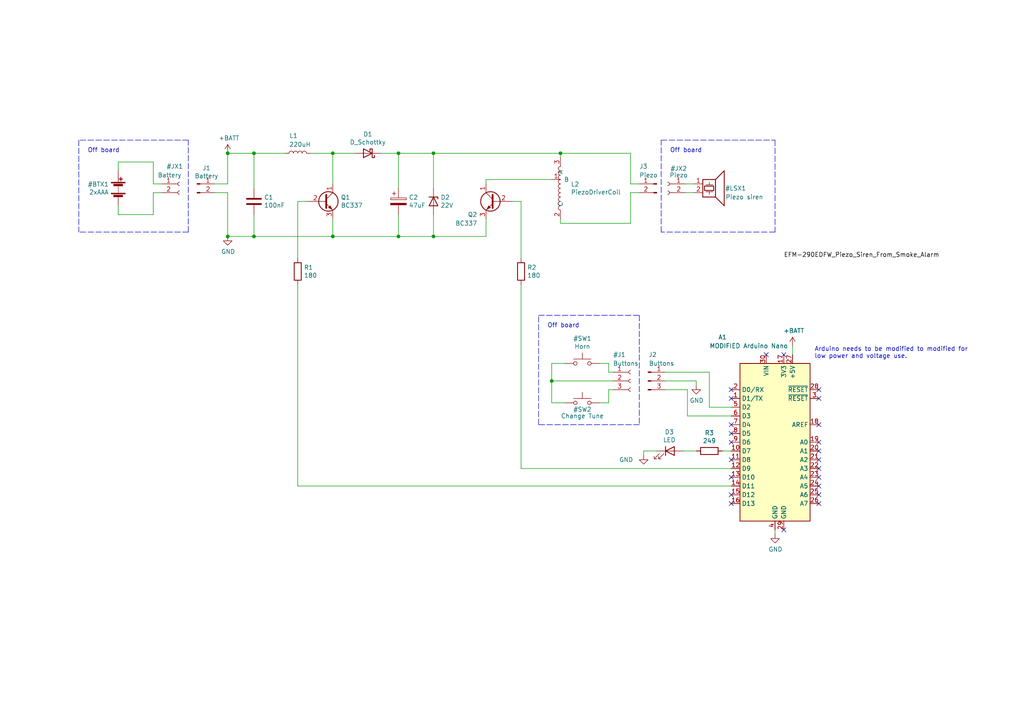
<source format=kicad_sch>
(kicad_sch (version 20211123) (generator eeschema)
  (paper "A4")
  (title_block (title "Bike Horn") (date "2021-07-13") (rev "1") (company "Jotham Gates"))
  (lib_symbols
    (symbol "BikeHornPCB-rescue:CP-Device" (pin_numbers hide) (pin_names (offset 0.254))
      (property "Reference" "C" (at 0.635 2.54 0))
      (property "Value" "CP-Device" (at 0.635 -2.54 0))
      (symbol "CP-Device_0_1"
        (rectangle (start -2.286 0.508) (end 2.286 1.016))
        (polyline (pts (xy -1.778 2.286) (xy -0.762 2.286)))
        (polyline (pts (xy -1.27 2.794) (xy -1.27 1.778)))
        (rectangle (start 2.286 -0.508) (end -2.286 -1.016) (fill (type outline)))
      )
      (symbol "CP-Device_1_1"
        (pin passive line (at 0 3.81 270) (length 2.794) (name "~") (number "1"))
        (pin passive line (at 0 -3.81 90) (length 2.794) (name "~") (number "2"))
      )
    )
    (symbol "Connector:Conn_01x02_Female" (pin_names (offset 1.016) hide)
      (property "Reference" "J" (at 0 2.54 0))
      (property "Value" "Conn_01x02_Female" (at 0 -5.08 0))
      (symbol "Conn_01x02_Female_1_1"
        (arc (start 0 -2.032) (mid -0.508 -2.54) (end 0 -3.048) (stroke (width 0.1524)))
        (polyline (pts (xy -1.27 -2.54) (xy -0.508 -2.54)) (stroke (width 0.1524)))
        (polyline (pts (xy -1.27 0) (xy -0.508 0)) (stroke (width 0.1524)))
        (arc (start 0 0.508) (mid -0.508 0) (end 0 -0.508) (stroke (width 0.1524)))
        (pin passive line (at -5.08 0 0) (length 3.81) (name "Pin_1") (number "1"))
        (pin passive line (at -5.08 -2.54 0) (length 3.81) (name "Pin_2") (number "2"))
      )
    )
    (symbol "Connector:Conn_01x02_Male" (pin_names (offset 1.016) hide)
      (property "Reference" "J" (at 0 2.54 0))
      (property "Value" "Conn_01x02_Male" (at 0 -5.08 0))
      (symbol "Conn_01x02_Male_1_1"
        (polyline (pts (xy 1.27 -2.54) (xy 0.8636 -2.54)) (stroke (width 0.1524)))
        (polyline (pts (xy 1.27 0) (xy 0.8636 0)) (stroke (width 0.1524)))
        (rectangle (start 0.8636 -2.413) (end 0 -2.667) (stroke (width 0.1524)) (fill (type outline)))
        (rectangle (start 0.8636 0.127) (end 0 -0.127) (stroke (width 0.1524)) (fill (type outline)))
        (pin passive line (at 5.08 0 180) (length 3.81) (name "Pin_1") (number "1"))
        (pin passive line (at 5.08 -2.54 180) (length 3.81) (name "Pin_2") (number "2"))
      )
    )
    (symbol "Connector:Conn_01x03_Female" (pin_names (offset 1.016) hide)
      (property "Reference" "J" (at 0 5.08 0))
      (property "Value" "Conn_01x03_Female" (at 0 -5.08 0))
      (symbol "Conn_01x03_Female_1_1"
        (arc (start 0 -2.032) (mid -0.508 -2.54) (end 0 -3.048) (stroke (width 0.1524)))
        (polyline (pts (xy -1.27 -2.54) (xy -0.508 -2.54)) (stroke (width 0.1524)))
        (polyline (pts (xy -1.27 0) (xy -0.508 0)) (stroke (width 0.1524)))
        (polyline (pts (xy -1.27 2.54) (xy -0.508 2.54)) (stroke (width 0.1524)))
        (arc (start 0 0.508) (mid -0.508 0) (end 0 -0.508) (stroke (width 0.1524)))
        (arc (start 0 3.048) (mid -0.508 2.54) (end 0 2.032) (stroke (width 0.1524)))
        (pin passive line (at -5.08 2.54 0) (length 3.81) (name "Pin_1") (number "1"))
        (pin passive line (at -5.08 0 0) (length 3.81) (name "Pin_2") (number "2"))
        (pin passive line (at -5.08 -2.54 0) (length 3.81) (name "Pin_3") (number "3"))
      )
    )
    (symbol "Connector:Conn_01x03_Male" (pin_names (offset 1.016) hide)
      (property "Reference" "J" (at 0 5.08 0))
      (property "Value" "Conn_01x03_Male" (at 0 -5.08 0))
      (symbol "Conn_01x03_Male_1_1"
        (polyline (pts (xy 1.27 -2.54) (xy 0.8636 -2.54)) (stroke (width 0.1524)))
        (polyline (pts (xy 1.27 0) (xy 0.8636 0)) (stroke (width 0.1524)))
        (polyline (pts (xy 1.27 2.54) (xy 0.8636 2.54)) (stroke (width 0.1524)))
        (rectangle (start 0.8636 -2.413) (end 0 -2.667) (stroke (width 0.1524)) (fill (type outline)))
        (rectangle (start 0.8636 0.127) (end 0 -0.127) (stroke (width 0.1524)) (fill (type outline)))
        (rectangle (start 0.8636 2.667) (end 0 2.413) (stroke (width 0.1524)) (fill (type outline)))
        (pin passive line (at 5.08 2.54 180) (length 3.81) (name "Pin_1") (number "1"))
        (pin passive line (at 5.08 0 180) (length 3.81) (name "Pin_2") (number "2"))
        (pin passive line (at 5.08 -2.54 180) (length 3.81) (name "Pin_3") (number "3"))
      )
    )
    (symbol "Device:Battery" (pin_numbers hide) (pin_names (offset 0) hide)
      (property "Reference" "BT" (at 2.54 2.54 0))
      (property "Value" "Battery" (at 2.54 0 0))
      (symbol "Battery_0_1"
        (rectangle (start -2.032 -1.397) (end 2.032 -1.651) (fill (type outline)))
        (rectangle (start -2.032 1.778) (end 2.032 1.524) (fill (type outline)))
        (rectangle (start -1.3208 -1.9812) (end 1.27 -2.4892) (fill (type outline)))
        (rectangle (start -1.3208 1.1938) (end 1.27 0.6858) (fill (type outline)))
        (polyline (pts (xy 0 -1.524) (xy 0 -1.27)))
        (polyline (pts (xy 0 -1.016) (xy 0 -0.762)))
        (polyline (pts (xy 0 -0.508) (xy 0 -0.254)))
        (polyline (pts (xy 0 0) (xy 0 0.254)))
        (polyline (pts (xy 0 0.508) (xy 0 0.762)))
        (polyline (pts (xy 0 1.778) (xy 0 2.54)))
        (polyline (pts (xy 0.254 2.667) (xy 1.27 2.667)) (stroke (width 0.254)))
        (polyline (pts (xy 0.762 3.175) (xy 0.762 2.159)) (stroke (width 0.254)))
      )
      (symbol "Battery_1_1"
        (pin passive line (at 0 5.08 270) (length 2.54) (name "+") (number "1"))
        (pin passive line (at 0 -5.08 90) (length 2.54) (name "-") (number "2"))
      )
    )
    (symbol "Device:C" (pin_numbers hide) (pin_names (offset 0.254))
      (property "Reference" "C" (at 0.635 2.54 0))
      (property "Value" "C" (at 0.635 -2.54 0))
      (symbol "C_0_1"
        (polyline (pts (xy -2.032 -0.762) (xy 2.032 -0.762)) (stroke (width 0.508)))
        (polyline (pts (xy -2.032 0.762) (xy 2.032 0.762)) (stroke (width 0.508)))
      )
      (symbol "C_1_1"
        (pin passive line (at 0 3.81 270) (length 2.794) (name "~") (number "1"))
        (pin passive line (at 0 -3.81 90) (length 2.794) (name "~") (number "2"))
      )
    )
    (symbol "Device:D_Schottky" (pin_numbers hide) (pin_names (offset 1.016) hide)
      (property "Reference" "D" (at 0 2.54 0))
      (property "Value" "D_Schottky" (at 0 -2.54 0))
      (symbol "D_Schottky_0_1"
        (polyline (pts (xy 1.27 0) (xy -1.27 0)))
        (polyline (pts (xy 1.27 1.27) (xy 1.27 -1.27) (xy -1.27 0) (xy 1.27 1.27)) (stroke (width 0.254)))
        (polyline (pts (xy -1.905 0.635) (xy -1.905 1.27) (xy -1.27 1.27) (xy -1.27 -1.27) (xy -0.635 -1.27) (xy -0.635 -0.635)) (stroke (width 0.254)))
      )
      (symbol "D_Schottky_1_1"
        (pin passive line (at -3.81 0 0) (length 2.54) (name "K") (number "1"))
        (pin passive line (at 3.81 0 180) (length 2.54) (name "A") (number "2"))
      )
    )
    (symbol "Device:D_Zener" (pin_numbers hide) (pin_names (offset 1.016) hide)
      (property "Reference" "D" (at 0 2.54 0))
      (property "Value" "D_Zener" (at 0 -2.54 0))
      (symbol "D_Zener_0_1"
        (polyline (pts (xy 1.27 0) (xy -1.27 0)))
        (polyline (pts (xy -1.27 -1.27) (xy -1.27 1.27) (xy -0.762 1.27)) (stroke (width 0.254)))
        (polyline (pts (xy 1.27 -1.27) (xy 1.27 1.27) (xy -1.27 0) (xy 1.27 -1.27)) (stroke (width 0.254)))
      )
      (symbol "D_Zener_1_1"
        (pin passive line (at -3.81 0 0) (length 2.54) (name "K") (number "1"))
        (pin passive line (at 3.81 0 180) (length 2.54) (name "A") (number "2"))
      )
    )
    (symbol "Device:L" (pin_numbers hide) (pin_names (offset 1.016) hide)
      (property "Reference" "L" (at -1.27 0 90))
      (property "Value" "L" (at 1.905 0 90))
      (symbol "L_0_1"
        (arc (start 0 -2.54) (mid 0.635 -1.905) (end 0 -1.27))
        (arc (start 0 -1.27) (mid 0.635 -0.635) (end 0 0))
        (arc (start 0 0) (mid 0.635 0.635) (end 0 1.27))
        (arc (start 0 1.27) (mid 0.635 1.905) (end 0 2.54))
      )
      (symbol "L_1_1"
        (pin passive line (at 0 3.81 270) (length 1.27) (name "1") (number "1"))
        (pin passive line (at 0 -3.81 90) (length 1.27) (name "2") (number "2"))
      )
    )
    (symbol "Device:LED" (pin_numbers hide) (pin_names (offset 1.016) hide)
      (property "Reference" "D" (at 0 2.54 0))
      (property "Value" "LED" (at 0 -2.54 0))
      (symbol "LED_0_1"
        (polyline (pts (xy -1.27 -1.27) (xy -1.27 1.27)) (stroke (width 0.254)))
        (polyline (pts (xy -1.27 0) (xy 1.27 0)))
        (polyline (pts (xy 1.27 -1.27) (xy 1.27 1.27) (xy -1.27 0) (xy 1.27 -1.27)) (stroke (width 0.254)))
        (polyline (pts (xy -3.048 -0.762) (xy -4.572 -2.286) (xy -3.81 -2.286) (xy -4.572 -2.286) (xy -4.572 -1.524)))
        (polyline (pts (xy -1.778 -0.762) (xy -3.302 -2.286) (xy -2.54 -2.286) (xy -3.302 -2.286) (xy -3.302 -1.524)))
      )
      (symbol "LED_1_1"
        (pin passive line (at -3.81 0 0) (length 2.54) (name "K") (number "1"))
        (pin passive line (at 3.81 0 180) (length 2.54) (name "A") (number "2"))
      )
    )
    (symbol "Device:R" (pin_numbers hide) (pin_names (offset 0))
      (property "Reference" "R" (at 2.032 0 90))
      (property "Value" "R" (at 0 0 90))
      (symbol "R_0_1"
        (rectangle (start -1.016 -2.54) (end 1.016 2.54) (stroke (width 0.254)))
      )
      (symbol "R_1_1"
        (pin passive line (at 0 3.81 270) (length 1.27) (name "~") (number "1"))
        (pin passive line (at 0 -3.81 90) (length 1.27) (name "~") (number "2"))
      )
    )
    (symbol "Device:Speaker_Crystal" (pin_names (offset 0) hide)
      (property "Reference" "LS" (at 0.635 5.715 0))
      (property "Value" "Speaker_Crystal" (at 0.635 3.81 0))
      (symbol "Speaker_Crystal_0_0"
        (rectangle (start -2.54 1.27) (end 1.143 -3.81) (stroke (width 0.254)))
        (rectangle (start -2.032 -0.635) (end 0.635 -1.905) (stroke (width 0.254)))
        (polyline (pts (xy -1.651 -2.286) (xy 0.381 -2.286)))
        (polyline (pts (xy -1.651 -0.254) (xy 0.381 -0.254)))
        (polyline (pts (xy -0.635 -2.286) (xy -0.635 -3.048)))
        (polyline (pts (xy -0.635 -0.254) (xy -0.635 0.508)))
        (polyline (pts (xy 1.143 1.27) (xy 3.683 3.81) (xy 3.683 -6.35) (xy 1.143 -3.81)) (stroke (width 0.254)))
      )
      (symbol "Speaker_Crystal_1_1"
        (pin input line (at -5.08 0 0) (length 2.54) (name "1") (number "1"))
        (pin input line (at -5.08 -2.54 0) (length 2.54) (name "2") (number "2"))
      )
    )
    (symbol "MCU_Module:Arduino_Nano_v2.x"
      (property "Reference" "A" (at -10.16 23.495 0))
      (property "Value" "Arduino_Nano_v2.x" (at 5.08 -24.13 0))
      (symbol "Arduino_Nano_v2.x_0_1"
        (rectangle (start -10.16 22.86) (end 10.16 -22.86) (stroke (width 0.254)) (fill (type background)))
      )
      (symbol "Arduino_Nano_v2.x_1_1"
        (pin bidirectional line (at -12.7 12.7 0) (length 2.54) (name "D1/TX") (number "1"))
        (pin bidirectional line (at -12.7 -2.54 0) (length 2.54) (name "D7") (number "10"))
        (pin bidirectional line (at -12.7 -5.08 0) (length 2.54) (name "D8") (number "11"))
        (pin bidirectional line (at -12.7 -7.62 0) (length 2.54) (name "D9") (number "12"))
        (pin bidirectional line (at -12.7 -10.16 0) (length 2.54) (name "D10") (number "13"))
        (pin bidirectional line (at -12.7 -12.7 0) (length 2.54) (name "D11") (number "14"))
        (pin bidirectional line (at -12.7 -15.24 0) (length 2.54) (name "D12") (number "15"))
        (pin bidirectional line (at -12.7 -17.78 0) (length 2.54) (name "D13") (number "16"))
        (pin power_out line (at 2.54 25.4 270) (length 2.54) (name "3V3") (number "17"))
        (pin input line (at 12.7 5.08 180) (length 2.54) (name "AREF") (number "18"))
        (pin bidirectional line (at 12.7 0 180) (length 2.54) (name "A0") (number "19"))
        (pin bidirectional line (at -12.7 15.24 0) (length 2.54) (name "D0/RX") (number "2"))
        (pin bidirectional line (at 12.7 -2.54 180) (length 2.54) (name "A1") (number "20"))
        (pin bidirectional line (at 12.7 -5.08 180) (length 2.54) (name "A2") (number "21"))
        (pin bidirectional line (at 12.7 -7.62 180) (length 2.54) (name "A3") (number "22"))
        (pin bidirectional line (at 12.7 -10.16 180) (length 2.54) (name "A4") (number "23"))
        (pin bidirectional line (at 12.7 -12.7 180) (length 2.54) (name "A5") (number "24"))
        (pin bidirectional line (at 12.7 -15.24 180) (length 2.54) (name "A6") (number "25"))
        (pin bidirectional line (at 12.7 -17.78 180) (length 2.54) (name "A7") (number "26"))
        (pin power_out line (at 5.08 25.4 270) (length 2.54) (name "+5V") (number "27"))
        (pin input line (at 12.7 15.24 180) (length 2.54) (name "~{RESET}") (number "28"))
        (pin power_in line (at 2.54 -25.4 90) (length 2.54) (name "GND") (number "29"))
        (pin input line (at 12.7 12.7 180) (length 2.54) (name "~{RESET}") (number "3"))
        (pin power_in line (at -2.54 25.4 270) (length 2.54) (name "VIN") (number "30"))
        (pin power_in line (at 0 -25.4 90) (length 2.54) (name "GND") (number "4"))
        (pin bidirectional line (at -12.7 10.16 0) (length 2.54) (name "D2") (number "5"))
        (pin bidirectional line (at -12.7 7.62 0) (length 2.54) (name "D3") (number "6"))
        (pin bidirectional line (at -12.7 5.08 0) (length 2.54) (name "D4") (number "7"))
        (pin bidirectional line (at -12.7 2.54 0) (length 2.54) (name "D5") (number "8"))
        (pin bidirectional line (at -12.7 0 0) (length 2.54) (name "D6") (number "9"))
      )
    )
    (symbol "Switch:SW_Push" (pin_numbers hide) (pin_names (offset 1.016) hide)
      (property "Reference" "SW" (at 1.27 2.54 0))
      (property "Value" "SW_Push" (at 0 -1.524 0))
      (symbol "SW_Push_0_1"
        (circle (center -2.032 0) (radius 0.508))
        (polyline (pts (xy 0 1.27) (xy 0 3.048)))
        (polyline (pts (xy 2.54 1.27) (xy -2.54 1.27)))
        (circle (center 2.032 0) (radius 0.508))
        (pin passive line (at -5.08 0 0) (length 2.54) (name "1") (number "1"))
        (pin passive line (at 5.08 0 180) (length 2.54) (name "2") (number "2"))
      )
    )
    (symbol "Transistor_BJT:BC337" (pin_names (offset 0) hide)
      (property "Reference" "Q" (at 5.08 1.905 0))
      (property "Value" "BC337" (at 5.08 0 0))
      (symbol "BC337_0_1"
        (polyline (pts (xy 0 0) (xy 0.635 0)))
        (polyline (pts (xy 0.635 0.635) (xy 2.54 2.54)))
        (polyline (pts (xy 0.635 -0.635) (xy 2.54 -2.54) (xy 2.54 -2.54)))
        (polyline (pts (xy 0.635 1.905) (xy 0.635 -1.905) (xy 0.635 -1.905)) (stroke (width 0.508)))
        (polyline (pts (xy 1.27 -1.778) (xy 1.778 -1.27) (xy 2.286 -2.286) (xy 1.27 -1.778) (xy 1.27 -1.778)) (fill (type outline)))
        (circle (center 1.27 0) (radius 2.8194) (stroke (width 0.254)))
      )
      (symbol "BC337_1_1"
        (pin passive line (at 2.54 5.08 270) (length 2.54) (name "C") (number "1"))
        (pin input line (at -5.08 0 0) (length 5.08) (name "B") (number "2"))
        (pin passive line (at 2.54 -5.08 90) (length 2.54) (name "E") (number "3"))
      )
    )
    (symbol "Transistor_FET:PiezoDriverCoil" (pin_names (offset 1.016))
      (property "Reference" "L" (at 11.43 0 0))
      (property "Value" "PiezoDriverCoil" (at 11.43 0 0))
      (symbol "PiezoDriverCoil_0_1"
        (arc (start 0 -7.62) (mid -0.635 -8.255) (end 0 -8.89))
        (arc (start 0 -6.35) (mid -0.635 -6.985) (end 0 -7.62))
        (arc (start 0 -5.08) (mid -0.635 -5.715) (end 0 -6.35))
        (arc (start 0 -3.81) (mid -0.635 -4.445) (end 0 -5.08))
        (arc (start 0 -2.54) (mid -0.635 -3.175) (end 0 -3.81))
        (arc (start 0 -1.27) (mid -0.635 -1.905) (end 0 -2.54))
        (arc (start 0 0) (mid -0.635 -0.635) (end 0 -1.27))
        (arc (start 0 1.27) (mid -0.635 0.635) (end 0 0))
        (arc (start 0 2.54) (mid -0.635 1.905) (end 0 1.27))
        (arc (start 0 3.81) (mid -0.635 3.175) (end 0 2.54))
      )
      (symbol "PiezoDriverCoil_1_1"
        (pin passive line (at -2.54 0 0) (length 2.54) (name "B") (number "1"))
        (pin passive line (at 0 -11.43 90) (length 2.54) (name "C") (number "2"))
        (pin passive line (at 0 6.35 270) (length 2.54) (name "A") (number "3"))
      )
    )
    (symbol "power:+BATT" (power) (pin_names (offset 0))
      (property "Value" "+BATT" (at 0 3.556 0))
      (symbol "+BATT_0_1"
        (polyline (pts (xy -0.762 1.27) (xy 0 2.54)))
        (polyline (pts (xy 0 0) (xy 0 2.54)))
        (polyline (pts (xy 0 2.54) (xy 0.762 1.27)))
      )
      (symbol "+BATT_1_1"
        (pin power_in line (at 0 0 90) (length 0) hide (name "+BATT") (number "1"))
      )
    )
    (symbol "power:GND" (power) (pin_names (offset 0))
      (property "Value" "GND" (at 0 -3.81 0))
      (symbol "GND_0_1"
        (polyline (pts (xy 0 0) (xy 0 -1.27) (xy 1.27 -1.27) (xy 0 -2.54) (xy -1.27 -1.27) (xy 0 -1.27)))
      )
      (symbol "GND_1_1"
        (pin power_in line (at 0 0 270) (length 0) hide (name "GND") (number "1"))
      )
    )
  )
  (junction (at 125.73 44.45))
  (junction (at 73.66 44.45))
  (junction (at 125.73 68.58))
  (junction (at 66.04 68.58))
  (junction (at 96.52 44.45))
  (junction (at 73.66 68.58))
  (junction (at 115.57 44.45))
  (junction (at 115.57 68.58))
  (junction (at 66.04 44.45))
  (junction (at 162.56 44.45))
  (junction (at 160.02 110.49))
  (junction (at 96.52 68.58))
  (no_connect (at 222.25 102.87))
  (no_connect (at 237.49 138.43))
  (no_connect (at 237.49 113.03))
  (no_connect (at 237.49 123.19))
  (no_connect (at 237.49 133.35))
  (no_connect (at 212.09 146.05))
  (no_connect (at 227.33 102.87))
  (no_connect (at 212.09 115.57))
  (no_connect (at 212.09 138.43))
  (no_connect (at 237.49 130.81))
  (no_connect (at 237.49 128.27))
  (no_connect (at 212.09 123.19))
  (no_connect (at 227.33 153.67))
  (no_connect (at 212.09 143.51))
  (no_connect (at 237.49 143.51))
  (no_connect (at 237.49 135.89))
  (no_connect (at 212.09 133.35))
  (no_connect (at 212.09 113.03))
  (no_connect (at 237.49 140.97))
  (no_connect (at 212.09 128.27))
  (no_connect (at 237.49 115.57))
  (no_connect (at 237.49 146.05))
  (no_connect (at 212.09 125.73))
  (wire (pts (xy 73.66 68.58) (xy 96.52 68.58)))
  (wire (pts (xy 160.02 110.49) (xy 160.02 105.41)))
  (wire (pts (xy 160.02 105.41) (xy 163.83 105.41)))
  (wire (pts (xy 177.8 113.03) (xy 176.53 113.03)))
  (polyline (pts (xy 54.61 40.64) (xy 22.86 40.64)))
  (wire (pts (xy 182.88 44.45) (xy 162.56 44.45)))
  (wire (pts (xy 212.09 140.97) (xy 86.36 140.97)))
  (wire (pts (xy 73.66 68.58) (xy 73.66 62.23)))
  (polyline (pts (xy 191.77 67.31) (xy 191.77 40.64)))
  (wire (pts (xy 44.45 62.23) (xy 34.29 62.23)))
  (wire (pts (xy 86.36 58.42) (xy 86.36 74.93)))
  (wire (pts (xy 115.57 54.61) (xy 115.57 44.45)))
  (wire (pts (xy 229.87 100.33) (xy 229.87 102.87)))
  (wire (pts (xy 205.74 118.11) (xy 212.09 118.11)))
  (wire (pts (xy 44.45 46.99) (xy 34.29 46.99)))
  (wire (pts (xy 125.73 68.58) (xy 140.97 68.58)))
  (wire (pts (xy 96.52 53.34) (xy 96.52 44.45)))
  (wire (pts (xy 66.04 44.45) (xy 73.66 44.45)))
  (wire (pts (xy 185.42 53.34) (xy 182.88 53.34)))
  (wire (pts (xy 182.88 64.77) (xy 162.56 64.77)))
  (wire (pts (xy 212.09 130.81) (xy 209.55 130.81)))
  (polyline (pts (xy 22.86 40.64) (xy 22.86 67.31)))
  (wire (pts (xy 148.59 58.42) (xy 151.13 58.42)))
  (polyline (pts (xy 191.77 40.64) (xy 224.79 40.64)))
  (wire (pts (xy 190.5 130.81) (xy 186.69 130.81)))
  (wire (pts (xy 193.04 110.49) (xy 201.93 110.49)))
  (wire (pts (xy 115.57 68.58) (xy 125.73 68.58)))
  (wire (pts (xy 88.9 58.42) (xy 86.36 58.42)))
  (wire (pts (xy 205.74 107.95) (xy 205.74 118.11)))
  (wire (pts (xy 182.88 53.34) (xy 182.88 44.45)))
  (wire (pts (xy 182.88 55.88) (xy 182.88 64.77)))
  (wire (pts (xy 66.04 53.34) (xy 66.04 44.45)))
  (wire (pts (xy 224.79 153.67) (xy 224.79 154.94)))
  (wire (pts (xy 46.99 53.34) (xy 44.45 53.34)))
  (wire (pts (xy 46.99 55.88) (xy 44.45 55.88)))
  (wire (pts (xy 162.56 64.77) (xy 162.56 63.5)))
  (wire (pts (xy 193.04 107.95) (xy 205.74 107.95)))
  (wire (pts (xy 90.17 44.45) (xy 96.52 44.45)))
  (wire (pts (xy 44.45 53.34) (xy 44.45 46.99)))
  (wire (pts (xy 162.56 45.72) (xy 162.56 44.45)))
  (wire (pts (xy 96.52 44.45) (xy 102.87 44.45)))
  (polyline (pts (xy 224.79 40.64) (xy 224.79 67.31)))
  (wire (pts (xy 198.755 55.88) (xy 201.295 55.88)))
  (wire (pts (xy 125.73 44.45) (xy 162.56 44.45)))
  (wire (pts (xy 176.53 116.84) (xy 173.99 116.84)))
  (wire (pts (xy 193.04 113.03) (xy 199.39 113.03)))
  (polyline (pts (xy 185.42 91.44) (xy 185.42 123.19)))
  (polyline (pts (xy 54.61 67.31) (xy 22.86 67.31)))
  (wire (pts (xy 96.52 68.58) (xy 115.57 68.58)))
  (wire (pts (xy 115.57 44.45) (xy 125.73 44.45)))
  (wire (pts (xy 151.13 135.89) (xy 212.09 135.89)))
  (wire (pts (xy 66.04 68.58) (xy 73.66 68.58)))
  (wire (pts (xy 176.53 107.95) (xy 177.8 107.95)))
  (wire (pts (xy 177.8 110.49) (xy 160.02 110.49)))
  (wire (pts (xy 62.23 55.88) (xy 66.04 55.88)))
  (wire (pts (xy 201.93 130.81) (xy 198.12 130.81)))
  (wire (pts (xy 96.52 68.58) (xy 96.52 63.5)))
  (wire (pts (xy 163.83 116.84) (xy 160.02 116.84)))
  (wire (pts (xy 115.57 68.58) (xy 115.57 62.23)))
  (wire (pts (xy 140.97 52.07) (xy 160.02 52.07)))
  (wire (pts (xy 73.66 54.61) (xy 73.66 44.45)))
  (wire (pts (xy 176.53 113.03) (xy 176.53 116.84)))
  (wire (pts (xy 212.09 120.65) (xy 199.39 120.65)))
  (wire (pts (xy 173.99 105.41) (xy 176.53 105.41)))
  (wire (pts (xy 34.29 62.23) (xy 34.29 59.69)))
  (wire (pts (xy 125.73 62.23) (xy 125.73 68.58)))
  (wire (pts (xy 86.36 82.55) (xy 86.36 140.97)))
  (polyline (pts (xy 54.61 67.31) (xy 54.61 40.64)))
  (wire (pts (xy 125.73 54.61) (xy 125.73 44.45)))
  (wire (pts (xy 140.97 53.34) (xy 140.97 52.07)))
  (polyline (pts (xy 185.42 123.19) (xy 156.21 123.19)))
  (polyline (pts (xy 156.21 91.44) (xy 185.42 91.44)))
  (wire (pts (xy 62.23 53.34) (xy 66.04 53.34)))
  (wire (pts (xy 34.29 46.99) (xy 34.29 49.53)))
  (wire (pts (xy 115.57 44.45) (xy 110.49 44.45)))
  (wire (pts (xy 73.66 44.45) (xy 82.55 44.45)))
  (wire (pts (xy 151.13 82.55) (xy 151.13 135.89)))
  (polyline (pts (xy 156.21 123.19) (xy 156.21 91.44)))
  (wire (pts (xy 151.13 58.42) (xy 151.13 74.93)))
  (wire (pts (xy 44.45 55.88) (xy 44.45 62.23)))
  (wire (pts (xy 176.53 105.41) (xy 176.53 107.95)))
  (wire (pts (xy 160.02 116.84) (xy 160.02 110.49)))
  (wire (pts (xy 199.39 120.65) (xy 199.39 113.03)))
  (polyline (pts (xy 224.79 67.31) (xy 191.77 67.31)))
  (wire (pts (xy 198.755 53.34) (xy 201.295 53.34)))
  (wire (pts (xy 66.04 55.88) (xy 66.04 68.58)))
  (wire (pts (xy 185.42 55.88) (xy 182.88 55.88)))
  (wire (pts (xy 140.97 63.5) (xy 140.97 68.58)))
  (wire (pts (xy 201.93 110.49) (xy 201.93 111.76)))
  (wire (pts (xy 186.69 130.81) (xy 186.69 132.08)))
  (text "Off board" (at 158.75 95.25 0) (effects (font (size 1.27 1.27)) (justify left bottom)))
  (text "Off board" (at 194.31 44.45 0) (effects (font (size 1.27 1.27)) (justify left bottom)))
  (text "Off board" (at 25.4 44.45 0) (effects (font (size 1.27 1.27)) (justify left bottom)))
  (text "Arduino needs to be modified to modified for\nlow power and voltage use." (at 236.22 104.14 0) (effects (font (size 1.27 1.27)) (justify left bottom)))
  (label "EFM-290EDFW_Piezo_Siren_From_Smoke_Alarm" (at 227.33 74.93 0))
  (symbol (lib_id "Transistor_FET:PiezoDriverCoil") (at 162.56 52.07 0) (unit 1)
    (property "Reference" "L2" (at 165.5572 53.4416 0) (effects (justify left)))
    (property "Value" "PiezoDriverCoil" (at 165.5572 55.753 0) (effects (justify left)))
    (property "Footprint" "Connector_PinHeader_2.54mm:PinHeader_1x03_P2.54mm_Horizontal" (effects hide))
  )
  (symbol (lib_id "Device:L") (at 86.36 44.45 90) (unit 1)
    (property "Reference" "L1" (at 86.36 39.37 90) (effects (justify left)))
    (property "Value" "220uH" (at 90.17 41.91 90) (effects (justify left)))
    (property "Footprint" "Inductor_THT:L_Radial_D9.5mm_P5.00mm_Fastron_07HVP" (effects hide))
  )
  (symbol (lib_id "Device:D_Schottky") (at 106.68 44.45 180) (unit 1)
    (property "Reference" "D1" (at 106.68 38.9382 0))
    (property "Value" "D_Schottky" (at 106.68 41.2496 0))
    (property "Footprint" "Diode_SMD:D_3220_8050Metric" (effects hide))
  )
  (symbol (lib_id "Connector:Conn_01x03_Male") (at 187.96 110.49 0) (unit 1)
    (property "Reference" "J2" (at 190.5 102.87 0) (effects (justify right)))
    (property "Value" "Buttons" (at 195.58 105.41 0) (effects (justify right)))
    (property "Footprint" "footprints:Molex_KK-254_1x03_P2.54mm_Horizontal" (effects hide))
  )
  (symbol (lib_id "Connector:Conn_01x02_Male") (at 57.15 53.34 0) (unit 1)
    (property "Reference" "J1" (at 59.8932 48.7426 0))
    (property "Value" "Battery" (at 59.8932 51.054 0))
    (property "Footprint" "Connector_PinHeader_2.54mm:PinHeader_1x02_P2.54mm_Vertical" (effects hide))
  )
  (symbol (lib_id "Device:C") (at 73.66 58.42 0) (unit 1)
    (property "Reference" "C1" (at 76.581 57.2516 0) (effects (justify left)))
    (property "Value" "100nF" (at 76.581 59.563 0) (effects (justify left)))
    (property "Footprint" "Capacitor_THT:CP_Radial_D5.0mm_P2.50mm" (effects hide))
  )
  (symbol (lib_id "BikeHornPCB-rescue:CP-Device") (at 115.57 58.42 0) (unit 1)
    (property "Reference" "C2" (at 118.5672 57.2516 0) (effects (justify left)))
    (property "Value" "47uF" (at 118.5672 59.563 0) (effects (justify left)))
    (property "Footprint" "Capacitor_THT:CP_Radial_D5.0mm_P2.50mm" (effects hide))
  )
  (symbol (lib_id "MCU_Module:Arduino_Nano_v2.x") (at 224.79 128.27 0) (unit 1)
    (property "Reference" "A1" (at 209.55 97.79 0))
    (property "Value" "MODIFIED Arduino Nano" (at 217.17 100.33 0))
    (property "Footprint" "footprints:Arduino_Nano" (effects hide))
    (property "Datasheet" "https://www.arduino.cc/en/uploads/Main/ArduinoNanoManual23.pdf" (effects hide))
  )
  (symbol (lib_id "Transistor_BJT:BC337") (at 93.98 58.42 0) (unit 1)
    (property "Reference" "Q1" (at 98.8314 57.2516 0) (effects (justify left)))
    (property "Value" "BC337" (at 98.8314 59.563 0) (effects (justify left)))
    (property "Footprint" "Package_TO_SOT_THT:TO-92_Inline_Wide" (effects hide))
    (property "Datasheet" "https://diotec.com/tl_files/diotec/files/pdf/datasheets/bc337.pdf" (effects hide))
  )
  (symbol (lib_id "Transistor_BJT:BC337") (at 143.51 58.42 0) (mirror y) (unit 1)
    (property "Reference" "Q2" (at 138.43 62.23 0) (effects (justify left)))
    (property "Value" "BC337" (at 138.43 64.77 0) (effects (justify left)))
    (property "Footprint" "Package_TO_SOT_THT:TO-92_Inline_Wide" (effects hide))
    (property "Datasheet" "https://diotec.com/tl_files/diotec/files/pdf/datasheets/bc337.pdf" (effects hide))
  )
  (symbol (lib_id "Connector:Conn_01x02_Male") (at 190.5 53.34 0) (mirror y) (unit 1)
    (property "Reference" "J3" (at 185.42 48.26 0) (effects (justify right)))
    (property "Value" "Piezo" (at 185.42 50.8 0) (effects (justify right)))
    (property "Footprint" "Connector_PinHeader_2.54mm:PinHeader_1x02_P2.54mm_Vertical" (effects hide))
  )
  (symbol (lib_id "Device:R") (at 86.36 78.74 0) (unit 1)
    (property "Reference" "R1" (at 88.138 77.5716 0) (effects (justify left)))
    (property "Value" "180" (at 88.138 79.883 0) (effects (justify left)))
    (property "Footprint" "Resistor_SMD:R_0805_2012Metric_Pad1.20x1.40mm_HandSolder" (effects hide))
  )
  (symbol (lib_id "Device:R") (at 151.13 78.74 0) (unit 1)
    (property "Reference" "R2" (at 152.908 77.5716 0) (effects (justify left)))
    (property "Value" "180" (at 152.908 79.883 0) (effects (justify left)))
    (property "Footprint" "Resistor_SMD:R_0805_2012Metric_Pad1.20x1.40mm_HandSolder" (effects hide))
  )
  (symbol (lib_id "Device:D_Zener") (at 125.73 58.42 270) (unit 1)
    (property "Reference" "D2" (at 127.762 57.2516 90) (effects (justify left)))
    (property "Value" "22V" (at 127.762 59.563 90) (effects (justify left)))
    (property "Footprint" "Diode_THT:D_5W_P10.16mm_Horizontal" (effects hide))
  )
  (symbol (lib_id "power:+BATT") (at 66.04 44.45 0) (unit 1)
    (property "Reference" "#PWR01" (effects hide))
    (property "Value" "+BATT" (at 66.421 40.0558 0))
  )
  (symbol (lib_id "power:GND") (at 66.04 68.58 0) (unit 1)
    (property "Reference" "#PWR02" (effects hide))
    (property "Value" "GND" (at 66.167 72.9742 0))
  )
  (symbol (lib_id "power:GND") (at 201.93 111.76 0) (unit 1)
    (property "Reference" "#PWR04" (effects hide))
    (property "Value" "GND" (at 202.057 116.1542 0))
  )
  (symbol (lib_id "power:+BATT") (at 229.87 100.33 0) (unit 1)
    (property "Reference" "#PWR06" (effects hide))
    (property "Value" "+BATT" (at 230.251 95.9358 0))
  )
  (symbol (lib_id "power:GND") (at 224.79 154.94 0) (unit 1)
    (property "Reference" "#PWR05" (effects hide))
    (property "Value" "GND" (at 224.917 159.3342 0))
  )
  (symbol (lib_id "Device:LED") (at 194.31 130.81 0) (unit 1)
    (property "Reference" "D3" (at 194.1322 125.2982 0))
    (property "Value" "LED" (at 194.1322 127.6096 0))
    (property "Footprint" "LED_THT:LED_D5.0mm_Horizontal_O1.27mm_Z3.0mm" (effects hide))
  )
  (symbol (lib_id "Device:R") (at 205.74 130.81 270) (unit 1)
    (property "Reference" "R3" (at 205.74 125.5522 90))
    (property "Value" "249" (at 205.74 127.8636 90))
    (property "Footprint" "Resistor_SMD:R_0805_2012Metric_Pad1.20x1.40mm_HandSolder" (effects hide))
  )
  (symbol (lib_id "power:GND") (at 186.69 132.08 0) (unit 1)
    (property "Reference" "#PWR03" (effects hide))
    (property "Value" "GND" (at 181.61 133.35 0))
  )
  (symbol (lib_id "Connector:Conn_01x03_Female") (at 182.88 110.49 0) (unit 1)
    (property "Reference" "#J1" (at 177.8 102.87 0) (effects (justify left)))
    (property "Value" "Buttons" (at 177.8 105.41 0) (effects (justify left)))
  )
  (symbol (lib_id "Switch:SW_Push") (at 168.91 105.41 0) (unit 1)
    (property "Reference" "#SW1" (at 168.91 98.171 0))
    (property "Value" "Horn" (at 168.91 100.4824 0))
  )
  (symbol (lib_id "Switch:SW_Push") (at 168.91 116.84 0) (unit 1)
    (property "Reference" "#SW2" (at 168.91 118.745 0))
    (property "Value" "Change Tune" (at 168.91 120.65 0))
  )
  (symbol (lib_id "Device:Battery") (at 34.29 54.61 0) (unit 1)
    (property "Reference" "#BTX1" (at 31.5722 53.4416 0) (effects (justify right)))
    (property "Value" "2xAAA" (at 31.5722 55.753 0) (effects (justify right)))
  )
  (symbol (lib_id "Connector:Conn_01x02_Female") (at 52.07 53.34 0) (unit 1)
    (property "Reference" "#JX1" (at 48.26 48.26 0) (effects (justify left)))
    (property "Value" "Battery" (at 45.72 50.8 0) (effects (justify left)))
  )
  (symbol (lib_id "Device:Speaker_Crystal") (at 206.375 53.34 0) (unit 1)
    (property "Reference" "#LSX1" (at 213.36 54.61 0))
    (property "Value" "Piezo siren" (at 215.9 57.15 0))
  )
  (symbol (lib_id "Connector:Conn_01x02_Female") (at 193.675 53.34 0) (mirror y) (unit 1)
    (property "Reference" "#JX2" (at 196.85 48.895 0))
    (property "Value" "Piezo" (at 196.85 50.8 0))
  )
)
</source>
